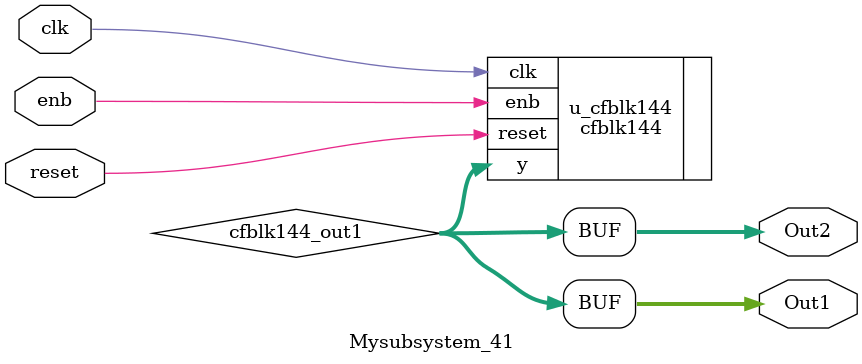
<source format=v>



`timescale 1 ns / 1 ns

module Mysubsystem_41
          (clk,
           reset,
           enb,
           Out1,
           Out2);


  input   clk;
  input   reset;
  input   enb;
  output  [7:0] Out1;  // uint8
  output  [7:0] Out2;  // uint8


  wire [7:0] cfblk144_out1;  // uint8


  cfblk144 u_cfblk144 (.clk(clk),
                       .reset(reset),
                       .enb(enb),
                       .y(cfblk144_out1)  // uint8
                       );

  assign Out1 = cfblk144_out1;

  assign Out2 = cfblk144_out1;

endmodule  // Mysubsystem_41


</source>
